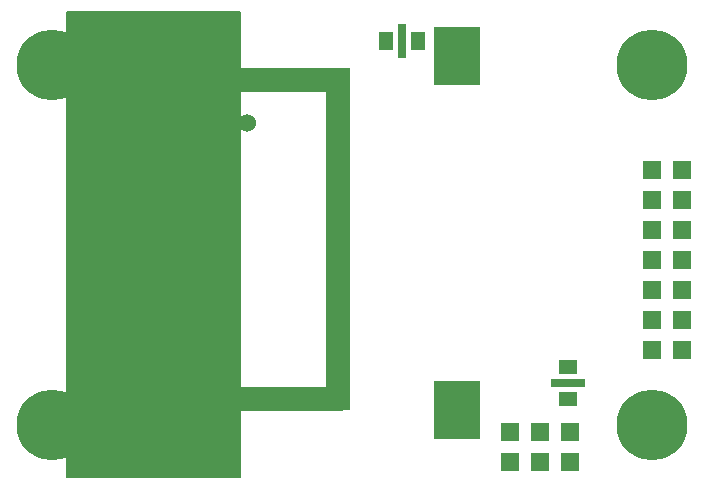
<source format=gbr>
%TF.GenerationSoftware,KiCad,Pcbnew,6.0.4-6f826c9f35~116~ubuntu20.04.1*%
%TF.CreationDate,2022-04-06T13:45:02+00:00*%
%TF.ProjectId,PCRD04B,50435244-3034-4422-9e6b-696361645f70,REV*%
%TF.SameCoordinates,Original*%
%TF.FileFunction,Soldermask,Top*%
%TF.FilePolarity,Negative*%
%FSLAX46Y46*%
G04 Gerber Fmt 4.6, Leading zero omitted, Abs format (unit mm)*
G04 Created by KiCad (PCBNEW 6.0.4-6f826c9f35~116~ubuntu20.04.1) date 2022-04-06 13:45:02*
%MOMM*%
%LPD*%
G01*
G04 APERTURE LIST*
%ADD10C,0.150000*%
%ADD11R,4.000000X5.000000*%
%ADD12R,1.524000X1.524000*%
%ADD13C,6.000000*%
%ADD14R,1.300000X1.500000*%
%ADD15R,0.700000X3.000000*%
%ADD16R,1.500000X1.300000*%
%ADD17R,3.000000X0.700000*%
%ADD18R,2.000000X29.000000*%
%ADD19R,20.100000X2.000000*%
%ADD20C,1.524000*%
%ADD21C,1.700000*%
G04 APERTURE END LIST*
D10*
G36*
X130456322Y-112672139D02*
G01*
X115851322Y-112672139D01*
X115851322Y-73302139D01*
X130456322Y-73302139D01*
X130456322Y-112672139D01*
G37*
X130456322Y-112672139D02*
X115851322Y-112672139D01*
X115851322Y-73302139D01*
X130456322Y-73302139D01*
X130456322Y-112672139D01*
D11*
%TO.C,BT1*%
X148871322Y-76957139D03*
X148871322Y-106957139D03*
%TD*%
D12*
%TO.C,J1*%
X158396322Y-108862139D03*
X158396322Y-111402139D03*
X155856322Y-108862139D03*
X155856322Y-111402139D03*
X153316322Y-108862139D03*
X153316322Y-111402139D03*
%TD*%
%TO.C,J2*%
X167921322Y-91717139D03*
X165381322Y-91717139D03*
%TD*%
%TO.C,J3*%
X167921322Y-94257139D03*
X165381322Y-94257139D03*
%TD*%
%TO.C,J4*%
X167921322Y-96797139D03*
X165381322Y-96797139D03*
%TD*%
%TO.C,J5*%
X167921322Y-86637139D03*
X165381322Y-86637139D03*
%TD*%
%TO.C,J6*%
X167921322Y-89177139D03*
X165381322Y-89177139D03*
%TD*%
%TO.C,J7*%
X167921322Y-101877139D03*
X165381322Y-101877139D03*
%TD*%
D13*
%TO.C,M1*%
X114581322Y-77747139D03*
%TD*%
%TO.C,M2*%
X165381322Y-77747139D03*
%TD*%
%TO.C,M3*%
X165381322Y-108227139D03*
%TD*%
%TO.C,M4*%
X114581322Y-108227139D03*
%TD*%
D14*
%TO.C,C24*%
X145569322Y-75715139D03*
D15*
X144219322Y-75715139D03*
D14*
X142869322Y-75715139D03*
%TD*%
D16*
%TO.C,C25*%
X158269322Y-106021139D03*
D17*
X158269322Y-104671139D03*
D16*
X158269322Y-103321139D03*
%TD*%
D12*
%TO.C,J11*%
X165381322Y-99337139D03*
X167921322Y-99337139D03*
%TD*%
D18*
%TO.C,M5*%
X119636322Y-92517139D03*
D19*
X129186322Y-79017139D03*
D18*
X138736322Y-92517139D03*
D19*
X129186322Y-106017139D03*
%TD*%
D20*
%TO.C,D2*%
X131051322Y-82667139D03*
D21*
X126051322Y-85207139D03*
X126051322Y-82667139D03*
%TD*%
M02*

</source>
